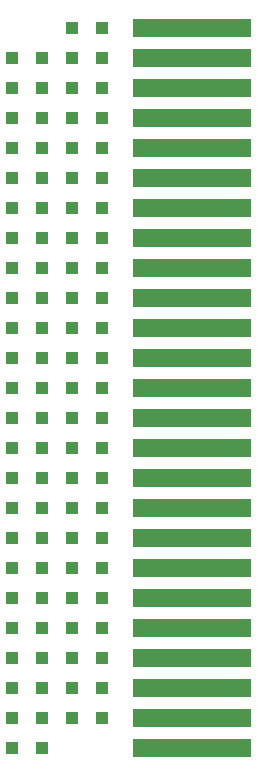
<source format=gtp>
G04 #@! TF.GenerationSoftware,KiCad,Pcbnew,(5.1.12)-1*
G04 #@! TF.CreationDate,2024-01-30T16:00:46+00:00*
G04 #@! TF.ProjectId,Backplane,4261636b-706c-4616-9e65-2e6b69636164,rev?*
G04 #@! TF.SameCoordinates,Original*
G04 #@! TF.FileFunction,Paste,Top*
G04 #@! TF.FilePolarity,Positive*
%FSLAX46Y46*%
G04 Gerber Fmt 4.6, Leading zero omitted, Abs format (unit mm)*
G04 Created by KiCad (PCBNEW (5.1.12)-1) date 2024-01-30 16:00:46*
%MOMM*%
%LPD*%
G01*
G04 APERTURE LIST*
%ADD10R,10.000000X1.600000*%
%ADD11R,1.000000X1.000000*%
G04 APERTURE END LIST*
D10*
G04 #@! TO.C,J12*
X295275000Y-83820000D03*
X295275000Y-81280000D03*
X295275000Y-78740000D03*
X295275000Y-76200000D03*
X295275000Y-73660000D03*
X295275000Y-71120000D03*
X295275000Y-68580000D03*
X295275000Y-66040000D03*
X295275000Y-63500000D03*
X295275000Y-60960000D03*
X295275000Y-58420000D03*
X295275000Y-55880000D03*
X295275000Y-53340000D03*
X295275000Y-50800000D03*
X295275000Y-48260000D03*
X295275000Y-45720000D03*
X295275000Y-43180000D03*
X295275000Y-40640000D03*
X295275000Y-38100000D03*
X295275000Y-35560000D03*
X295275000Y-33020000D03*
X295275000Y-30480000D03*
X295275000Y-27940000D03*
X295275000Y-25400000D03*
X295275000Y-22860000D03*
G04 #@! TD*
D11*
G04 #@! TO.C,D51*
X280055000Y-83820000D03*
X282555000Y-83820000D03*
G04 #@! TD*
G04 #@! TO.C,D49*
X280035000Y-78740000D03*
X282535000Y-78740000D03*
G04 #@! TD*
G04 #@! TO.C,D48*
X280035000Y-76200000D03*
X282535000Y-76200000D03*
G04 #@! TD*
G04 #@! TO.C,D47*
X280035000Y-73660000D03*
X282535000Y-73660000D03*
G04 #@! TD*
G04 #@! TO.C,D46*
X280035000Y-71120000D03*
X282535000Y-71120000D03*
G04 #@! TD*
G04 #@! TO.C,D45*
X280035000Y-68580000D03*
X282535000Y-68580000D03*
G04 #@! TD*
G04 #@! TO.C,D44*
X280035000Y-66040000D03*
X282535000Y-66040000D03*
G04 #@! TD*
G04 #@! TO.C,D43*
X280055000Y-63500000D03*
X282555000Y-63500000D03*
G04 #@! TD*
G04 #@! TO.C,D42*
X280035000Y-60960000D03*
X282535000Y-60960000D03*
G04 #@! TD*
G04 #@! TO.C,D41*
X280035000Y-58420000D03*
X282535000Y-58420000D03*
G04 #@! TD*
G04 #@! TO.C,D40*
X280035000Y-55880000D03*
X282535000Y-55880000D03*
G04 #@! TD*
G04 #@! TO.C,D39*
X280035000Y-53340000D03*
X282535000Y-53340000D03*
G04 #@! TD*
G04 #@! TO.C,D38*
X280035000Y-50800000D03*
X282535000Y-50800000D03*
G04 #@! TD*
G04 #@! TO.C,D37*
X280055000Y-48260000D03*
X282555000Y-48260000D03*
G04 #@! TD*
G04 #@! TO.C,D36*
X280035000Y-45720000D03*
X282535000Y-45720000D03*
G04 #@! TD*
G04 #@! TO.C,D35*
X280035000Y-43180000D03*
X282535000Y-43180000D03*
G04 #@! TD*
G04 #@! TO.C,D34*
X280035000Y-40640000D03*
X282535000Y-40640000D03*
G04 #@! TD*
G04 #@! TO.C,D33*
X280055000Y-38100000D03*
X282555000Y-38100000D03*
G04 #@! TD*
G04 #@! TO.C,D32*
X280035000Y-35560000D03*
X282535000Y-35560000D03*
G04 #@! TD*
G04 #@! TO.C,D31*
X280035000Y-33020000D03*
X282535000Y-33020000D03*
G04 #@! TD*
G04 #@! TO.C,D30*
X280055000Y-30480000D03*
X282555000Y-30480000D03*
G04 #@! TD*
G04 #@! TO.C,D29*
X280035000Y-27940000D03*
X282535000Y-27940000D03*
G04 #@! TD*
G04 #@! TO.C,D28*
X280035000Y-25400000D03*
X282535000Y-25400000D03*
G04 #@! TD*
G04 #@! TO.C,D27*
X285115000Y-81280000D03*
X287615000Y-81280000D03*
G04 #@! TD*
G04 #@! TO.C,D26*
X285115000Y-78740000D03*
X287615000Y-78740000D03*
G04 #@! TD*
G04 #@! TO.C,D25*
X285135000Y-76200000D03*
X287635000Y-76200000D03*
G04 #@! TD*
G04 #@! TO.C,D24*
X285115000Y-73660000D03*
X287615000Y-73660000D03*
G04 #@! TD*
G04 #@! TO.C,D23*
X285115000Y-71120000D03*
X287615000Y-71120000D03*
G04 #@! TD*
G04 #@! TO.C,D22*
X285135000Y-68580000D03*
X287635000Y-68580000D03*
G04 #@! TD*
G04 #@! TO.C,D21*
X285115000Y-66040000D03*
X287615000Y-66040000D03*
G04 #@! TD*
G04 #@! TO.C,D20*
X285115000Y-63500000D03*
X287615000Y-63500000D03*
G04 #@! TD*
G04 #@! TO.C,D19*
X285115000Y-60960000D03*
X287615000Y-60960000D03*
G04 #@! TD*
G04 #@! TO.C,D18*
X285115000Y-58420000D03*
X287615000Y-58420000D03*
G04 #@! TD*
G04 #@! TO.C,D17*
X285135000Y-55880000D03*
X287635000Y-55880000D03*
G04 #@! TD*
G04 #@! TO.C,D16*
X285135000Y-53340000D03*
X287635000Y-53340000D03*
G04 #@! TD*
G04 #@! TO.C,D15*
X285115000Y-50800000D03*
X287615000Y-50800000D03*
G04 #@! TD*
G04 #@! TO.C,D14*
X285115000Y-48260000D03*
X287615000Y-48260000D03*
G04 #@! TD*
G04 #@! TO.C,D13*
X285135000Y-45720000D03*
X287635000Y-45720000D03*
G04 #@! TD*
G04 #@! TO.C,D12*
X285115000Y-43180000D03*
X287615000Y-43180000D03*
G04 #@! TD*
G04 #@! TO.C,D11*
X285115000Y-40640000D03*
X287615000Y-40640000D03*
G04 #@! TD*
G04 #@! TO.C,D10*
X285115000Y-38100000D03*
X287615000Y-38100000D03*
G04 #@! TD*
G04 #@! TO.C,D9*
X285115000Y-35560000D03*
X287615000Y-35560000D03*
G04 #@! TD*
G04 #@! TO.C,D8*
X285135000Y-33020000D03*
X287635000Y-33020000D03*
G04 #@! TD*
G04 #@! TO.C,D7*
X285135000Y-30480000D03*
X287635000Y-30480000D03*
G04 #@! TD*
G04 #@! TO.C,D6*
X285135000Y-27940000D03*
X287635000Y-27940000D03*
G04 #@! TD*
G04 #@! TO.C,D5*
X285115000Y-25400000D03*
X287615000Y-25400000D03*
G04 #@! TD*
G04 #@! TO.C,D4*
X285115000Y-22860000D03*
X287615000Y-22860000D03*
G04 #@! TD*
G04 #@! TO.C,D50*
X280035000Y-81280000D03*
X282535000Y-81280000D03*
G04 #@! TD*
M02*

</source>
